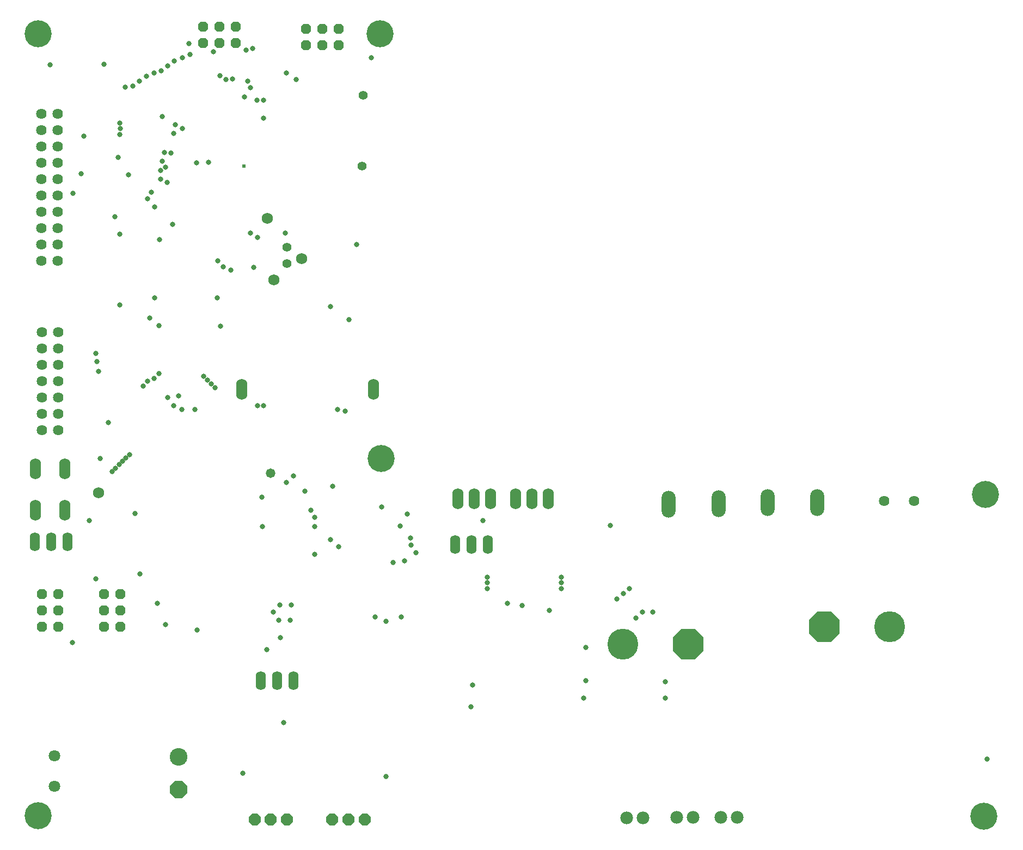
<source format=gts>
G04*
G04 #@! TF.GenerationSoftware,Altium Limited,Altium Designer,18.0.7 (293)*
G04*
G04 Layer_Color=8388736*
%FSLAX25Y25*%
%MOIN*%
G70*
G01*
G75*
%ADD10C,0.07800*%
%ADD11O,0.06800X0.12800*%
%ADD12O,0.06200X0.11600*%
%ADD13C,0.06400*%
%ADD14O,0.08600X0.16400*%
%ADD15P,0.06711X8X292.5*%
%ADD16C,0.07099*%
%ADD17P,0.07684X8X202.5*%
%ADD18P,0.11690X8X292.5*%
%ADD19C,0.10800*%
%ADD20P,0.20457X8X202.5*%
%ADD21C,0.18900*%
%ADD22C,0.05600*%
%ADD23C,0.06800*%
%ADD24P,0.06711X8X202.5*%
%ADD25C,0.03162*%
%ADD26C,0.05524*%
%ADD27C,0.05800*%
%ADD28C,0.16548*%
%ADD29C,0.02375*%
D10*
X382500Y10500D02*
D03*
X372500D02*
D03*
X440231Y10966D02*
D03*
X430231D02*
D03*
X413000Y11000D02*
D03*
X403000D02*
D03*
D11*
X217500Y273000D02*
D03*
X136700D02*
D03*
X304500Y206000D02*
D03*
X314500D02*
D03*
X324500D02*
D03*
X289000D02*
D03*
X279000D02*
D03*
X269000D02*
D03*
X28400Y198700D02*
D03*
X10600D02*
D03*
X28400Y224300D02*
D03*
X10600D02*
D03*
D12*
X267500Y178000D02*
D03*
X277500D02*
D03*
X287500D02*
D03*
X168353Y94629D02*
D03*
X158353D02*
D03*
X148353D02*
D03*
X30000Y179500D02*
D03*
X20000D02*
D03*
X10000D02*
D03*
D13*
X548500Y204500D02*
D03*
X530079D02*
D03*
X14000Y351500D02*
D03*
X24000D02*
D03*
X14000Y361500D02*
D03*
X24000D02*
D03*
X14000Y371500D02*
D03*
X24000D02*
D03*
X14000Y381500D02*
D03*
X24000D02*
D03*
X14000Y391500D02*
D03*
X24000D02*
D03*
X14000Y401500D02*
D03*
X24000D02*
D03*
X14000Y411500D02*
D03*
X24000D02*
D03*
X14000Y421500D02*
D03*
X24000D02*
D03*
X14000Y431500D02*
D03*
X24000D02*
D03*
X14000Y441500D02*
D03*
X24000D02*
D03*
X14500Y248000D02*
D03*
X24500D02*
D03*
X14500Y258000D02*
D03*
X24500D02*
D03*
X14500Y268000D02*
D03*
X24500D02*
D03*
X14500Y278000D02*
D03*
X24500D02*
D03*
X14500Y288000D02*
D03*
X24500D02*
D03*
X14500Y298000D02*
D03*
X24500D02*
D03*
X14500Y308000D02*
D03*
X24500D02*
D03*
D14*
X398200Y202500D02*
D03*
X428700Y203000D02*
D03*
X458718Y203500D02*
D03*
X489118D02*
D03*
D15*
X52500Y127500D02*
D03*
X62500D02*
D03*
X52500Y137500D02*
D03*
X62500D02*
D03*
X52500Y147500D02*
D03*
X62500D02*
D03*
X14500Y127500D02*
D03*
X24500D02*
D03*
X14500Y137500D02*
D03*
X24500D02*
D03*
X14500Y147500D02*
D03*
X24500D02*
D03*
D16*
X22000Y48421D02*
D03*
Y30000D02*
D03*
D17*
X144800Y9600D02*
D03*
X154600D02*
D03*
X164618D02*
D03*
X192300D02*
D03*
X202100D02*
D03*
X212118D02*
D03*
D18*
X98000Y28000D02*
D03*
D19*
Y48000D02*
D03*
D20*
X493552Y127499D02*
D03*
X410151Y117000D02*
D03*
D21*
X533553Y127499D02*
D03*
X370151Y117000D02*
D03*
D22*
X164500Y360000D02*
D03*
Y350000D02*
D03*
D23*
X49000Y209500D02*
D03*
X152500Y377500D02*
D03*
X156500Y340000D02*
D03*
X173500Y353000D02*
D03*
D24*
X176000Y493500D02*
D03*
Y483500D02*
D03*
X186000Y493500D02*
D03*
Y483500D02*
D03*
X196000Y493500D02*
D03*
Y483500D02*
D03*
X113000Y495000D02*
D03*
Y485000D02*
D03*
X123000Y495000D02*
D03*
Y485000D02*
D03*
X133000Y495000D02*
D03*
Y485000D02*
D03*
D25*
X362500Y189500D02*
D03*
X284500Y192500D02*
D03*
X233825Y189175D02*
D03*
X325000Y137500D02*
D03*
X347500Y115000D02*
D03*
X347499Y94554D02*
D03*
X396136Y94000D02*
D03*
X346000Y84000D02*
D03*
X396000D02*
D03*
X388500Y136500D02*
D03*
X299500Y142000D02*
D03*
X308500Y140500D02*
D03*
X243500Y173000D02*
D03*
X160000Y141000D02*
D03*
X167000D02*
D03*
X149500Y189000D02*
D03*
X149000Y207000D02*
D03*
X156000Y136500D02*
D03*
X152000Y113500D02*
D03*
X43500Y192500D02*
D03*
X71500Y197000D02*
D03*
X181500Y189000D02*
D03*
X74500Y160000D02*
D03*
X47500Y157000D02*
D03*
X85000Y142000D02*
D03*
X200000Y259500D02*
D03*
X146638Y263000D02*
D03*
X95000Y263000D02*
D03*
X57527Y222527D02*
D03*
X33000Y118000D02*
D03*
X195500Y260500D02*
D03*
X55000Y252500D02*
D03*
X59622Y224622D02*
D03*
X61716Y226716D02*
D03*
X93500Y417500D02*
D03*
X89500Y418000D02*
D03*
X90000Y409000D02*
D03*
X87000Y407000D02*
D03*
X91000Y399500D02*
D03*
X87000Y401500D02*
D03*
X63811Y228811D02*
D03*
X65905Y230905D02*
D03*
X68000Y233000D02*
D03*
X100000Y260500D02*
D03*
X108000D02*
D03*
X83500Y329000D02*
D03*
X121800D02*
D03*
X122119Y351500D02*
D03*
X142000Y368500D02*
D03*
X86000Y312000D02*
D03*
X123900Y311600D02*
D03*
X80500Y316500D02*
D03*
X88000Y412500D02*
D03*
X159500Y131500D02*
D03*
X166500D02*
D03*
X179000Y199000D02*
D03*
X222500Y201000D02*
D03*
X168500Y220000D02*
D03*
X225000Y131000D02*
D03*
X234500Y133500D02*
D03*
X160500Y121000D02*
D03*
X374000Y151000D02*
D03*
X238000Y196500D02*
D03*
X181500Y194500D02*
D03*
Y172000D02*
D03*
X196000Y176500D02*
D03*
X240500Y177500D02*
D03*
X240000Y182000D02*
D03*
X191000Y181000D02*
D03*
X378000Y133000D02*
D03*
X366500Y144500D02*
D03*
X332500Y151000D02*
D03*
X287000D02*
D03*
X332500Y158000D02*
D03*
X287000D02*
D03*
X143500Y481500D02*
D03*
X142000Y457500D02*
D03*
X382000Y136500D02*
D03*
X332500Y154500D02*
D03*
X287000D02*
D03*
X370500Y148000D02*
D03*
X139500Y480500D02*
D03*
X140500Y461500D02*
D03*
X175500Y210500D02*
D03*
X192500Y213500D02*
D03*
X236500Y168000D02*
D03*
X229500Y167000D02*
D03*
X592998Y46498D02*
D03*
X225000Y36000D02*
D03*
X137500Y38000D02*
D03*
X90000Y129000D02*
D03*
X109500Y125500D02*
D03*
X162500Y69000D02*
D03*
X277000Y78500D02*
D03*
X278000Y92000D02*
D03*
X218500Y133500D02*
D03*
X164000Y216000D02*
D03*
X48000Y290000D02*
D03*
X47500Y295000D02*
D03*
X67319Y404016D02*
D03*
X70000Y458500D02*
D03*
X74000Y461500D02*
D03*
X78500Y464500D02*
D03*
X83000Y466500D02*
D03*
X95500Y474000D02*
D03*
X113500Y281000D02*
D03*
X76500Y275000D02*
D03*
X79000Y278000D02*
D03*
X83000Y279500D02*
D03*
X86000Y282500D02*
D03*
X52500Y472000D02*
D03*
X19500Y471500D02*
D03*
X87500Y468000D02*
D03*
X79000Y389500D02*
D03*
X91500Y471000D02*
D03*
X81500Y393500D02*
D03*
X170000Y462500D02*
D03*
X100500Y476000D02*
D03*
X83500Y384500D02*
D03*
X105000Y478000D02*
D03*
X123500Y465000D02*
D03*
X131000Y463000D02*
D03*
X127000Y462500D02*
D03*
X164000Y466500D02*
D03*
X88000Y440000D02*
D03*
X115877Y278623D02*
D03*
X118255Y276245D02*
D03*
X120632Y273868D02*
D03*
X150000Y263000D02*
D03*
X98181Y268681D02*
D03*
X91500Y268000D02*
D03*
X86500Y364500D02*
D03*
X146500Y366000D02*
D03*
X125500Y348000D02*
D03*
X49000Y284000D02*
D03*
X138500Y452000D02*
D03*
X119500Y479500D02*
D03*
X104500Y484500D02*
D03*
X65500Y457792D02*
D03*
X61000Y415000D02*
D03*
X207000Y361500D02*
D03*
X163500Y368500D02*
D03*
X150000Y439000D02*
D03*
X191000Y323500D02*
D03*
X62000Y324500D02*
D03*
Y368000D02*
D03*
X59000Y378500D02*
D03*
X38500Y405000D02*
D03*
X40000Y428000D02*
D03*
X202500Y315500D02*
D03*
X50000Y230500D02*
D03*
X144000Y347500D02*
D03*
X130000Y346000D02*
D03*
X109000Y411500D02*
D03*
X116500Y412000D02*
D03*
X95000Y429500D02*
D03*
X100500Y432500D02*
D03*
X96000Y435000D02*
D03*
X150000Y450000D02*
D03*
X146000D02*
D03*
X94500Y374000D02*
D03*
X62000Y436000D02*
D03*
X62500Y432500D02*
D03*
X62000Y429000D02*
D03*
X33500Y393000D02*
D03*
X216000Y476000D02*
D03*
D26*
X211000Y453000D02*
D03*
X210500Y409500D02*
D03*
D27*
X154500Y221500D02*
D03*
D28*
X592000Y208500D02*
D03*
X591000Y11500D02*
D03*
X12000Y12000D02*
D03*
X222000Y230485D02*
D03*
X12000Y490500D02*
D03*
X221500D02*
D03*
D29*
X138000Y409500D02*
D03*
M02*

</source>
